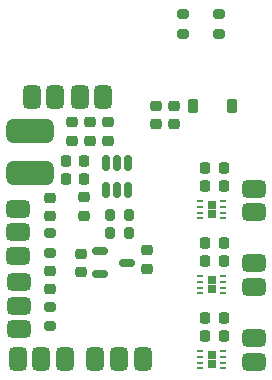
<source format=gbr>
%TF.GenerationSoftware,KiCad,Pcbnew,8.0.2*%
%TF.CreationDate,2024-07-01T07:37:42+02:00*%
%TF.ProjectId,ant control board v1.2,616e7420-636f-46e7-9472-6f6c20626f61,1.1*%
%TF.SameCoordinates,Original*%
%TF.FileFunction,Paste,Bot*%
%TF.FilePolarity,Positive*%
%FSLAX46Y46*%
G04 Gerber Fmt 4.6, Leading zero omitted, Abs format (unit mm)*
G04 Created by KiCad (PCBNEW 8.0.2) date 2024-07-01 07:37:42*
%MOMM*%
%LPD*%
G01*
G04 APERTURE LIST*
G04 Aperture macros list*
%AMRoundRect*
0 Rectangle with rounded corners*
0 $1 Rounding radius*
0 $2 $3 $4 $5 $6 $7 $8 $9 X,Y pos of 4 corners*
0 Add a 4 corners polygon primitive as box body*
4,1,4,$2,$3,$4,$5,$6,$7,$8,$9,$2,$3,0*
0 Add four circle primitives for the rounded corners*
1,1,$1+$1,$2,$3*
1,1,$1+$1,$4,$5*
1,1,$1+$1,$6,$7*
1,1,$1+$1,$8,$9*
0 Add four rect primitives between the rounded corners*
20,1,$1+$1,$2,$3,$4,$5,0*
20,1,$1+$1,$4,$5,$6,$7,0*
20,1,$1+$1,$6,$7,$8,$9,0*
20,1,$1+$1,$8,$9,$2,$3,0*%
G04 Aperture macros list end*
%ADD10RoundRect,0.500000X-1.500000X0.500000X-1.500000X-0.500000X1.500000X-0.500000X1.500000X0.500000X0*%
%ADD11RoundRect,0.375000X-0.625000X-0.375000X0.625000X-0.375000X0.625000X0.375000X-0.625000X0.375000X0*%
%ADD12RoundRect,0.225000X-0.225000X-0.250000X0.225000X-0.250000X0.225000X0.250000X-0.225000X0.250000X0*%
%ADD13RoundRect,0.225000X-0.250000X0.225000X-0.250000X-0.225000X0.250000X-0.225000X0.250000X0.225000X0*%
%ADD14RoundRect,0.200000X0.275000X-0.200000X0.275000X0.200000X-0.275000X0.200000X-0.275000X-0.200000X0*%
%ADD15RoundRect,0.375000X-0.375000X0.625000X-0.375000X-0.625000X0.375000X-0.625000X0.375000X0.625000X0*%
%ADD16RoundRect,0.150000X-0.512500X-0.150000X0.512500X-0.150000X0.512500X0.150000X-0.512500X0.150000X0*%
%ADD17RoundRect,0.062500X0.187500X0.062500X-0.187500X0.062500X-0.187500X-0.062500X0.187500X-0.062500X0*%
%ADD18R,0.750000X0.650000*%
%ADD19RoundRect,0.200000X0.200000X0.275000X-0.200000X0.275000X-0.200000X-0.275000X0.200000X-0.275000X0*%
%ADD20RoundRect,0.375000X0.625000X0.375000X-0.625000X0.375000X-0.625000X-0.375000X0.625000X-0.375000X0*%
%ADD21RoundRect,0.375000X0.375000X-0.625000X0.375000X0.625000X-0.375000X0.625000X-0.375000X-0.625000X0*%
%ADD22RoundRect,0.225000X0.225000X0.250000X-0.225000X0.250000X-0.225000X-0.250000X0.225000X-0.250000X0*%
%ADD23RoundRect,0.150000X-0.150000X0.512500X-0.150000X-0.512500X0.150000X-0.512500X0.150000X0.512500X0*%
%ADD24RoundRect,0.225000X0.250000X-0.225000X0.250000X0.225000X-0.250000X0.225000X-0.250000X-0.225000X0*%
%ADD25RoundRect,0.200000X-0.200000X-0.275000X0.200000X-0.275000X0.200000X0.275000X-0.200000X0.275000X0*%
%ADD26RoundRect,0.225000X-0.225000X-0.375000X0.225000X-0.375000X0.225000X0.375000X-0.225000X0.375000X0*%
G04 APERTURE END LIST*
D10*
%TO.C,L1*%
X139573000Y-84328000D03*
X139573000Y-80772000D03*
%TD*%
D11*
%TO.C,J11*%
X158496000Y-87604500D03*
X158496000Y-85604500D03*
%TD*%
D12*
%TO.C,C18*%
X144158000Y-83312000D03*
X142608000Y-83312000D03*
%TD*%
D13*
%TO.C,C21*%
X149479000Y-92392800D03*
X149479000Y-90842800D03*
%TD*%
%TO.C,C22*%
X143843000Y-92657000D03*
X143843000Y-91107000D03*
%TD*%
D14*
%TO.C,R8*%
X155549600Y-70828400D03*
X155549600Y-72478400D03*
%TD*%
D15*
%TO.C,J8*%
X145098000Y-100022096D03*
X147098000Y-100022096D03*
X149098000Y-100022096D03*
%TD*%
D16*
%TO.C,U3*%
X147774500Y-91882000D03*
X145499500Y-90932000D03*
X145499500Y-92832000D03*
%TD*%
D11*
%TO.C,J10*%
X158496000Y-93948000D03*
X158496000Y-91948000D03*
%TD*%
D13*
%TO.C,C20*%
X150241000Y-80150000D03*
X150241000Y-78600000D03*
%TD*%
D17*
%TO.C,U7*%
X153980500Y-86637500D03*
X153980500Y-87137500D03*
X153980500Y-87637500D03*
X153980500Y-88137500D03*
X155880500Y-88137500D03*
X155880500Y-87637500D03*
X155880500Y-87137500D03*
X155880500Y-86637500D03*
D18*
X154930500Y-86987500D03*
X154930500Y-87787500D03*
%TD*%
D13*
%TO.C,C7*%
X146177000Y-81547000D03*
X146177000Y-79997000D03*
%TD*%
D19*
%TO.C,R7*%
X146305000Y-87884000D03*
X147955000Y-87884000D03*
%TD*%
D14*
%TO.C,R11*%
X141224000Y-95593400D03*
X141224000Y-97243400D03*
%TD*%
D20*
%TO.C,J6*%
X138610905Y-93536000D03*
X138610905Y-95536000D03*
X138610905Y-97536000D03*
%TD*%
D13*
%TO.C,C19*%
X151765000Y-80150000D03*
X151765000Y-78600000D03*
%TD*%
D15*
%TO.C,J7*%
X138515905Y-100022096D03*
X140515905Y-100022096D03*
X142515905Y-100022096D03*
%TD*%
D21*
%TO.C,J2*%
X141706500Y-77860500D03*
X139706500Y-77860500D03*
%TD*%
D13*
%TO.C,C23*%
X141224000Y-87922400D03*
X141224000Y-86372400D03*
%TD*%
D12*
%TO.C,C17*%
X144158000Y-84836000D03*
X142608000Y-84836000D03*
%TD*%
D22*
%TO.C,C28*%
X154409500Y-98055500D03*
X155959500Y-98055500D03*
%TD*%
D12*
%TO.C,C26*%
X155959500Y-90181500D03*
X154409500Y-90181500D03*
%TD*%
D13*
%TO.C,C24*%
X141224000Y-94145400D03*
X141224000Y-92595400D03*
%TD*%
D12*
%TO.C,C27*%
X155959500Y-83831500D03*
X154409500Y-83831500D03*
%TD*%
D23*
%TO.C,U1*%
X145989000Y-85719500D03*
X146939000Y-85719500D03*
X147889000Y-85719500D03*
X147889000Y-83444500D03*
X146939000Y-83444500D03*
X145989000Y-83444500D03*
%TD*%
D21*
%TO.C,J1*%
X145770500Y-77860500D03*
X143770500Y-77860500D03*
%TD*%
D24*
%TO.C,C14*%
X144145000Y-86347000D03*
X144145000Y-87897000D03*
%TD*%
D25*
%TO.C,R6*%
X147955000Y-89408000D03*
X146305000Y-89408000D03*
%TD*%
D20*
%TO.C,J5*%
X138570905Y-87313000D03*
X138570905Y-89313000D03*
X138570905Y-91313000D03*
%TD*%
D12*
%TO.C,C25*%
X155959500Y-96531500D03*
X154409500Y-96531500D03*
%TD*%
D17*
%TO.C,U5*%
X153980500Y-99337500D03*
X153980500Y-99837500D03*
X153980500Y-100337500D03*
X153980500Y-100837500D03*
X155880500Y-100837500D03*
X155880500Y-100337500D03*
X155880500Y-99837500D03*
X155880500Y-99337500D03*
D18*
X154930500Y-99687500D03*
X154930500Y-100487500D03*
%TD*%
D14*
%TO.C,R10*%
X141224000Y-89370400D03*
X141224000Y-91020400D03*
%TD*%
D22*
%TO.C,C30*%
X154409500Y-85355500D03*
X155959500Y-85355500D03*
%TD*%
D11*
%TO.C,J9*%
X158496000Y-100298000D03*
X158496000Y-98298000D03*
%TD*%
D13*
%TO.C,C5*%
X143129000Y-81547000D03*
X143129000Y-79997000D03*
%TD*%
%TO.C,C6*%
X144653000Y-81547000D03*
X144653000Y-79997000D03*
%TD*%
D14*
%TO.C,R9*%
X152552400Y-70828400D03*
X152552400Y-72478400D03*
%TD*%
D22*
%TO.C,C29*%
X154409500Y-91705500D03*
X155959500Y-91705500D03*
%TD*%
D17*
%TO.C,U6*%
X153980500Y-92987500D03*
X153980500Y-93487500D03*
X153980500Y-93987500D03*
X153980500Y-94487500D03*
X155880500Y-94487500D03*
X155880500Y-93987500D03*
X155880500Y-93487500D03*
X155880500Y-92987500D03*
D18*
X154930500Y-93337500D03*
X154930500Y-94137500D03*
%TD*%
D26*
%TO.C,D2*%
X156666200Y-78613000D03*
X153366200Y-78613000D03*
%TD*%
M02*

</source>
